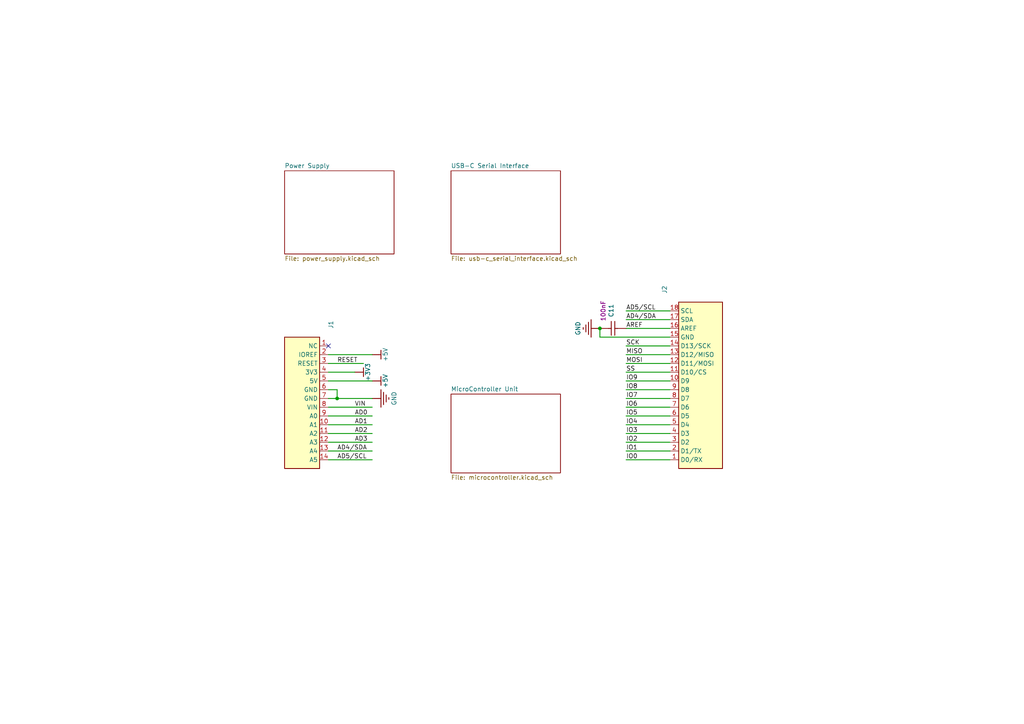
<source format=kicad_sch>
(kicad_sch (version 20250114) (generator "eeschema") (generator_version "9.0")
  (paper "A4")
  (title_block (title "ARDUINO UNO KIT") (rev "V 1.0") (company "Arduino"))
  (lib_symbols
    (symbol "Arduino_Uno_Kit-altium-import:+3V3" (power)
      (property "Reference" "#PWR" (at 0 0 0))
      (property "Value" "+3V3" (at 0 3.81 0))
      (symbol "+3V3_0_0"
        (polyline (pts (xy -1.27 -2.54) (xy 1.27 -2.54)) (stroke (width 0.254)))
        (polyline (pts (xy 0 0) (xy 0 -2.54)) (stroke (width 0.254)))
        (pin power_in line (at 0 0 0) (length 0) (hide yes) (name "+3V3") (number ""))
      )
    )
    (symbol "Arduino_Uno_Kit-altium-import:+5V" (power)
      (property "Reference" "#PWR" (at 0 0 0))
      (property "Value" "+5V" (at 0 3.81 0))
      (symbol "+5V_0_0"
        (polyline (pts (xy -1.27 -2.54) (xy 1.27 -2.54)) (stroke (width 0.254)))
        (polyline (pts (xy 0 0) (xy 0 -2.54)) (stroke (width 0.254)))
        (pin power_in line (at 0 0 0) (length 0) (hide yes) (name "+5V") (number ""))
      )
    )
    (symbol "Arduino_Uno_Kit-altium-import:1_20TW-994"
      (property "Value" "1_20TW-994" (at 0 0 0))
      (symbol "1_20TW-994_1_0"
        (rectangle (start 45.72 15.24) (end -2.54 2.54) (stroke (width 0.254)) (fill (type background)))
        (pin passive line (at 0 0 90) (length 2.54) (name "SCL") (number "18"))
        (pin passive line (at 2.54 0 90) (length 2.54) (name "SDA") (number "17"))
        (pin passive line (at 5.08 0 90) (length 2.54) (name "AREF") (number "16"))
        (pin passive line (at 7.62 0 90) (length 2.54) (name "GND") (number "15"))
        (pin passive line (at 10.16 0 90) (length 2.54) (name "D13/SCK") (number "14"))
        (pin passive line (at 12.7 0 90) (length 2.54) (name "D12/MISO") (number "13"))
        (pin passive line (at 15.24 0 90) (length 2.54) (name "D11/MOSI") (number "12"))
        (pin passive line (at 17.78 0 90) (length 2.54) (name "D10/CS") (number "11"))
        (pin passive line (at 20.32 0 90) (length 2.54) (name "D9") (number "10"))
        (pin passive line (at 22.86 0 90) (length 2.54) (name "D8") (number "9"))
        (pin passive line (at 25.4 0 90) (length 2.54) (name "D7") (number "8"))
        (pin passive line (at 27.94 0 90) (length 2.54) (name "D6") (number "7"))
        (pin passive line (at 30.48 0 90) (length 2.54) (name "D5") (number "6"))
        (pin passive line (at 33.02 0 90) (length 2.54) (name "D4") (number "5"))
        (pin passive line (at 35.56 0 90) (length 2.54) (name "D3") (number "4"))
        (pin passive line (at 38.1 0 90) (length 2.54) (name "D2") (number "3"))
        (pin passive line (at 40.64 0 90) (length 2.54) (name "D1/TX") (number "2"))
        (pin passive line (at 43.18 0 90) (length 2.54) (name "D0/RX") (number "1"))
      )
    )
    (symbol "Arduino_Uno_Kit-altium-import:3_CAP"
      (property "Value" "3_CAP" (at 0 0 0))
      (symbol "3_CAP_1_0"
        (polyline (pts (xy -2.032 -3.302) (xy 2.032 -3.302)) (stroke (width 0.254)))
        (polyline (pts (xy 0 -2.54) (xy 0 -3.302)) (stroke (width 0.254)))
        (polyline (pts (xy 0 -5.08) (xy 0 -4.318)) (stroke (width 0.254)))
        (polyline (pts (xy 2.032 -4.318) (xy -2.032 -4.318)) (stroke (width 0.254)))
        (pin passive line (at 0 0 270) (length 2.54) (name "1") (number "1"))
        (pin passive line (at 0 -7.62 90) (length 2.54) (name "2") (number "2"))
      )
    )
    (symbol "Arduino_Uno_Kit-altium-import:3_mirrored_20TW-995"
      (property "Value" "3_mirrored_20TW-995" (at 0 0 0))
      (symbol "3_mirrored_20TW-995_1_0"
        (rectangle (start 35.56 -2.54) (end -2.54 -12.7) (stroke (width 0.254)) (fill (type background)))
        (pin passive line (at 0 0 270) (length 2.54) (name "NC") (number "1"))
        (pin passive line (at 2.54 0 270) (length 2.54) (name "IOREF") (number "2"))
        (pin passive line (at 5.08 0 270) (length 2.54) (name "RESET") (number "3"))
        (pin passive line (at 7.62 0 270) (length 2.54) (name "3V3") (number "4"))
        (pin passive line (at 10.16 0 270) (length 2.54) (name "5V") (number "5"))
        (pin passive line (at 12.7 0 270) (length 2.54) (name "GND") (number "6"))
        (pin passive line (at 15.24 0 270) (length 2.54) (name "GND") (number "7"))
        (pin passive line (at 17.78 0 270) (length 2.54) (name "VIN") (number "8"))
        (pin passive line (at 20.32 0 270) (length 2.54) (name "A0") (number "9"))
        (pin passive line (at 22.86 0 270) (length 2.54) (name "A1") (number "10"))
        (pin passive line (at 25.4 0 270) (length 2.54) (name "A2") (number "11"))
        (pin passive line (at 27.94 0 270) (length 2.54) (name "A3") (number "12"))
        (pin passive line (at 30.48 0 270) (length 2.54) (name "A4") (number "13"))
        (pin passive line (at 33.02 0 270) (length 2.54) (name "A5") (number "14"))
      )
    )
    (symbol "Arduino_Uno_Kit-altium-import:GND" (power)
      (property "Reference" "#PWR" (at 0 0 0))
      (property "Value" "GND" (at 0 6.35 0))
      (symbol "GND_0_0"
        (polyline (pts (xy -2.54 -2.54) (xy 2.54 -2.54)) (stroke (width 0.254)))
        (polyline (pts (xy -1.778 -3.302) (xy 1.778 -3.302)) (stroke (width 0.254)))
        (polyline (pts (xy -1.016 -4.064) (xy 1.016 -4.064)) (stroke (width 0.254)))
        (polyline (pts (xy -0.254 -4.826) (xy 0.254 -4.826)) (stroke (width 0.254)))
        (polyline (pts (xy 0 0) (xy 0 -2.54)) (stroke (width 0.254)))
        (pin power_in line (at 0 0 0) (length 0) (hide yes) (name "GND") (number ""))
      )
    )
  )
  (junction (at 173.99 95.25))
  (junction (at 97.79 115.57))
  (no_connect (at 95.25 100.33))
  (wire (pts (xy 107.95 125.73) (xy 95.25 125.73)) (stroke (width 0.254)))
  (wire (pts (xy 107.95 133.35) (xy 95.25 133.35)) (stroke (width 0.254)))
  (wire (pts (xy 105.41 105.41) (xy 95.25 105.41)) (stroke (width 0.254)))
  (wire (pts (xy 95.25 110.49) (xy 107.95 110.49)) (stroke (width 0.254)))
  (wire (pts (xy 181.61 95.25) (xy 194.31 95.25)) (stroke (width 0.254)))
  (wire (pts (xy 107.95 120.65) (xy 95.25 120.65)) (stroke (width 0.254)))
  (wire (pts (xy 107.95 123.19) (xy 95.25 123.19)) (stroke (width 0.254)))
  (wire (pts (xy 181.61 118.11) (xy 194.31 118.11)) (stroke (width 0.254)))
  (wire (pts (xy 181.61 128.27) (xy 194.31 128.27)) (stroke (width 0.254)))
  (wire (pts (xy 194.31 133.35) (xy 181.61 133.35)) (stroke (width 0.254)))
  (wire (pts (xy 102.87 107.95) (xy 95.25 107.95)) (stroke (width 0.254)))
  (wire (pts (xy 107.95 128.27) (xy 95.25 128.27)) (stroke (width 0.254)))
  (wire (pts (xy 181.61 110.49) (xy 194.31 110.49)) (stroke (width 0.254)))
  (wire (pts (xy 181.61 92.71) (xy 194.31 92.71)) (stroke (width 0.254)))
  (wire (pts (xy 181.61 123.19) (xy 194.31 123.19)) (stroke (width 0.254)))
  (wire (pts (xy 97.79 113.03) (xy 97.79 115.57)) (stroke (width 0.254)))
  (wire (pts (xy 181.61 105.41) (xy 194.31 105.41)) (stroke (width 0.254)))
  (wire (pts (xy 181.61 102.87) (xy 194.31 102.87)) (stroke (width 0.254)))
  (wire (pts (xy 181.61 130.81) (xy 194.31 130.81)) (stroke (width 0.254)))
  (wire (pts (xy 181.61 120.65) (xy 194.31 120.65)) (stroke (width 0.254)))
  (wire (pts (xy 181.61 115.57) (xy 194.31 115.57)) (stroke (width 0.254)))
  (wire (pts (xy 181.61 125.73) (xy 194.31 125.73)) (stroke (width 0.254)))
  (wire (pts (xy 97.79 115.57) (xy 107.95 115.57)) (stroke (width 0.254)))
  (wire (pts (xy 181.61 100.33) (xy 194.31 100.33)) (stroke (width 0.254)))
  (wire (pts (xy 194.31 97.79) (xy 173.99 97.79)) (stroke (width 0.254)))
  (wire (pts (xy 95.25 113.03) (xy 97.79 113.03)) (stroke (width 0.254)))
  (wire (pts (xy 181.61 107.95) (xy 194.31 107.95)) (stroke (width 0.254)))
  (wire (pts (xy 181.61 90.17) (xy 194.31 90.17)) (stroke (width 0.254)))
  (wire (pts (xy 107.95 118.11) (xy 95.25 118.11)) (stroke (width 0.254)))
  (wire (pts (xy 97.79 115.57) (xy 95.25 115.57)) (stroke (width 0.254)))
  (wire (pts (xy 107.95 130.81) (xy 95.25 130.81)) (stroke (width 0.254)))
  (wire (pts (xy 181.61 113.03) (xy 194.31 113.03)) (stroke (width 0.254)))
  (wire (pts (xy 107.95 102.87) (xy 95.25 102.87)) (stroke (width 0.254)))
  (wire (pts (xy 173.99 97.79) (xy 173.99 95.25)) (stroke (width 0.254)))
  (label "IO0" (at 181.61 133.35 0))
  (label "AD5/SCL" (at 97.79 133.35 0))
  (label "VIN" (at 102.87 118.11 0))
  (label "IO1" (at 181.61 130.81 0))
  (label "AD4/SDA" (at 97.79 130.81 0))
  (label "AREF" (at 181.61 95.25 0))
  (label "SS" (at 181.61 107.95 0))
  (label "SCK" (at 181.61 100.33 0))
  (label "AD5/SCL" (at 181.61 90.17 0))
  (label "AD3" (at 102.87 128.27 0))
  (label "IO2" (at 181.61 128.27 0))
  (label "MISO" (at 181.61 102.87 0))
  (label "AD4/SDA" (at 181.61 92.71 0))
  (label "MOSI" (at 181.61 105.41 0))
  (label "AD1" (at 102.87 123.19 0))
  (label "IO3" (at 181.61 125.73 0))
  (label "AD2" (at 102.87 125.73 0))
  (label "AD0" (at 102.87 120.65 0))
  (label "IO8" (at 181.61 113.03 0))
  (label "IO4" (at 181.61 123.19 0))
  (label "IO5" (at 181.61 120.65 0))
  (label "IO6" (at 181.61 118.11 0))
  (label "RESET" (at 97.79 105.41 0))
  (label "IO9" (at 181.61 110.49 0))
  (label "IO7" (at 181.61 115.57 0))
  (symbol (lib_id "Arduino_Uno_Kit-altium-import:+5V") (at 107.95 110.49 90) (unit 1)
    (property "Reference" "#PWR0114" (effects (hide yes)))
    (property "Value" "+5V" (at 111.76 110.49 0))
  )
  (symbol (lib_id "Arduino_Uno_Kit-altium-import:1_20TW-994") (at 194.31 90.17 270) (unit 1)
    (property "Reference" "J2" (at 192.024 82.804 0) (effects (justify left bottom)))
    (property "Value" "20TW-994" (effects (hide yes)))
    (property "Footprint" "1X18-CUSTOM" (effects (hide yes)))
    (property "CODE ARDUINO" "3648" (effects (hide yes)))
    (property "PART NUMBER" "20TW-994" (effects (hide yes)))
  )
  (symbol (lib_id "Arduino_Uno_Kit-altium-import:+5V") (at 107.95 102.87 90) (unit 1)
    (property "Reference" "#PWR0115" (effects (hide yes)))
    (property "Value" "+5V" (at 111.76 102.87 0))
  )
  (symbol (lib_id "Arduino_Uno_Kit-altium-import:+3V3") (at 102.87 107.95 90) (unit 1)
    (property "Reference" "#PWR0112" (effects (hide yes)))
    (property "Value" "+3V3" (at 106.68 107.95 0))
  )
  (symbol (lib_id "Arduino_Uno_Kit-altium-import:3_mirrored_20TW-995") (at 95.25 100.33 270) (unit 1)
    (property "Reference" "J1" (at 95.25 92.964 0) (effects (justify left bottom)))
    (property "Value" "20TW-995" (effects (hide yes)))
    (property "Footprint" "1X14-CUSTOM" (effects (hide yes)))
    (property "CODE ARDUINO" "3649" (effects (hide yes)))
    (property "PIN COUNT" "14" (effects (hide yes)))
    (property "PART NUMBER" "20TW-995" (effects (hide yes)))
  )
  (symbol (lib_id "Arduino_Uno_Kit-altium-import:GND") (at 173.99 95.25 270) (unit 1)
    (property "Reference" "#PWR0102" (effects (hide yes)))
    (property "Value" "GND" (at 167.64 95.25 0))
  )
  (symbol (lib_id "Arduino_Uno_Kit-altium-import:3_CAP") (at 181.61 95.25 270) (unit 1)
    (property "Reference" "C11" (at 176.53 88.138 0) (effects (justify left bottom)))
    (property "Value" "B32529C0104J289" (effects (hide yes)))
    (property "Footprint" "B32529C0104J289" (effects (hide yes)))
    (property "CODE ARDUINO" "0080" (effects (hide yes)))
    (property "ALTIUM_VALUE" "100nF" (at 174.244 87.122 0) (effects (justify left bottom)))
    (property "PART NUMBER" "B32529C0104J289" (effects (hide yes)))
    (property "MANUFACTURER" "EPCOS" (effects (hide yes)))
    (property "VOLTAGE" "63V" (effects (hide yes)))
    (property "TOLERANCE" "5%" (effects (hide yes)))
  )
  (symbol (lib_id "Arduino_Uno_Kit-altium-import:GND") (at 107.95 115.57 90) (unit 1)
    (property "Reference" "#PWR0113" (effects (hide yes)))
    (property "Value" "GND" (at 114.3 115.57 0))
  )
  (sheet (at 82.55 49.53) (size 31.75 24.13) (stroke (width 0.1524))
    (property "Sheetname" "Power Supply" (at 82.55 48.8184 0) (effects (justify left bottom)))
    (property "Sheetfile" "power_supply.kicad_sch" (at 82.55 74.2446 0) (effects (justify left top)))
  )
  (sheet (at 130.81 114.3) (size 31.75 22.86) (stroke (width 0.1524))
    (property "Sheetname" "MicroController Unit" (at 130.81 113.5884 0) (effects (justify left bottom)))
    (property "Sheetfile" "microcontroller.kicad_sch" (at 130.81 137.7446 0) (effects (justify left top)))
  )
  (sheet (at 130.81 49.53) (size 31.75 24.13) (stroke (width 0.1524))
    (property "Sheetname" "USB-C Serial Interface" (at 130.81 48.8184 0) (effects (justify left bottom)))
    (property "Sheetfile" "usb-c_serial_interface.kicad_sch" (at 130.81 74.2446 0) (effects (justify left top)))
  )
)
</source>
